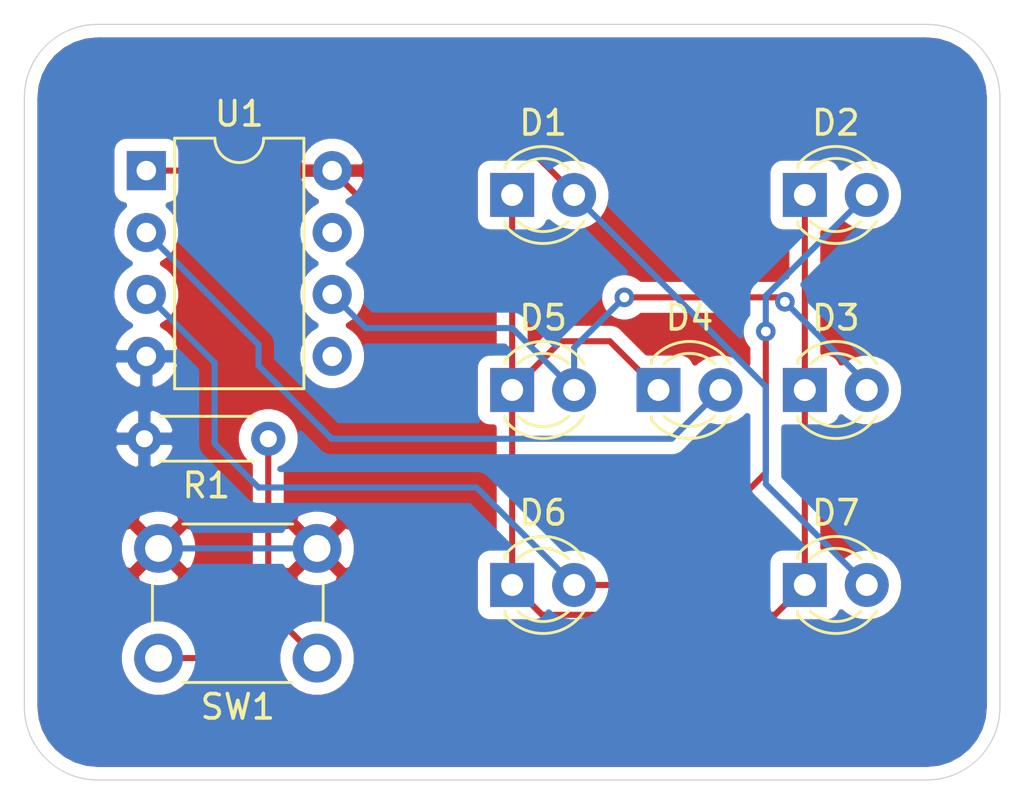
<source format=kicad_pcb>
(kicad_pcb (version 20211014) (generator pcbnew)
  (layers (0 "F.Cu" signal) (31 "B.Cu" signal) (34 "B.Paste" user) (35 "F.Paste" user) (36 "B.SilkS" user "B.Silkscreen") (37 "F.SilkS" user "F.Silkscreen") (38 "B.Mask" user) (39 "F.Mask" user) (44 "Edge.Cuts" user))
  (net 0 "")
  (net 1 "Net-(D1-Pad1)")
  (net 2 "Net-(D1-Pad2)")
  (net 3 "Net-(D2-Pad2)")
  (net 4 "Net-(D3-Pad2)")
  (net 5 "Net-(D4-Pad2)")
  (net 6 "Net-(R1-Pad1)")
  (net 7 "GND")
  (net 8 "+3V3")
  (footprint "LED_THT:LED_D3.0mm" (layer "F.Cu") (at 155 69)
    (fp_text reference "D1" (at 1.27 -2.96) (layer "F.SilkS"))
    (fp_text value "LED")
    (fp_line (start -0.29 -1.236) (end -0.29 -1.08) (layer "F.SilkS") (width 0.12))
    (fp_line (start -0.29 1.08) (end -0.29 1.236) (layer "F.SilkS") (width 0.12))
    (fp_arc (start 2.942335 1.078608) (mid 1.366487 1.987659) (end -0.29 1.235516) (layer "F.SilkS") (width 0.12))
    (fp_arc (start -0.29 -1.235516) (mid 1.366487 -1.987659) (end 2.942335 -1.078608) (layer "F.SilkS") (width 0.12))
    (fp_arc (start 0.229039 -1.08) (mid 1.270117 -1.5) (end 2.31113 -1.079837) (layer "F.SilkS") (width 0.12))
    (fp_arc (start 2.31113 1.079837) (mid 1.270117 1.5) (end 0.229039 1.08) (layer "F.SilkS") (width 0.12))
    (pad "1" thru_hole rect (at 0 0) (size 1.8 1.8) (drill 0.9) (layers *.Cu *.Mask) (net 1 "Net-(D1-Pad1)"))
    (pad "2" thru_hole circle (at 2.54 0) (size 1.8 1.8) (drill 0.9) (layers *.Cu *.Mask) (net 2 "Net-(D1-Pad2)"))
  )
  (footprint "LED_THT:LED_D3.0mm" (layer "F.Cu") (at 167 69)
    (fp_text reference "D2" (at 1.27 -2.96) (layer "F.SilkS"))
    (fp_text value "LED")
    (fp_line (start -0.29 1.08) (end -0.29 1.236) (layer "F.SilkS") (width 0.12))
    (fp_line (start -0.29 -1.236) (end -0.29 -1.08) (layer "F.SilkS") (width 0.12))
    (fp_arc (start -0.29 -1.235516) (mid 1.366487 -1.987659) (end 2.942335 -1.078608) (layer "F.SilkS") (width 0.12))
    (fp_arc (start 2.942335 1.078608) (mid 1.366487 1.987659) (end -0.29 1.235516) (layer "F.SilkS") (width 0.12))
    (fp_arc (start 0.229039 -1.08) (mid 1.270117 -1.5) (end 2.31113 -1.079837) (layer "F.SilkS") (width 0.12))
    (fp_arc (start 2.31113 1.079837) (mid 1.270117 1.5) (end 0.229039 1.08) (layer "F.SilkS") (width 0.12))
    (pad "1" thru_hole rect (at 0 0) (size 1.8 1.8) (drill 0.9) (layers *.Cu *.Mask) (net 1 "Net-(D1-Pad1)"))
    (pad "2" thru_hole circle (at 2.54 0) (size 1.8 1.8) (drill 0.9) (layers *.Cu *.Mask) (net 3 "Net-(D2-Pad2)"))
  )
  (footprint "LED_THT:LED_D3.0mm" (layer "F.Cu") (at 167 77)
    (fp_text reference "D3" (at 1.27 -2.96) (layer "F.SilkS"))
    (fp_text value "LED")
    (fp_line (start -0.29 -1.236) (end -0.29 -1.08) (layer "F.SilkS") (width 0.12))
    (fp_line (start -0.29 1.08) (end -0.29 1.236) (layer "F.SilkS") (width 0.12))
    (fp_arc (start -0.29 -1.235516) (mid 1.366487 -1.987659) (end 2.942335 -1.078608) (layer "F.SilkS") (width 0.12))
    (fp_arc (start 2.31113 1.079837) (mid 1.270117 1.5) (end 0.229039 1.08) (layer "F.SilkS") (width 0.12))
    (fp_arc (start 0.229039 -1.08) (mid 1.270117 -1.5) (end 2.31113 -1.079837) (layer "F.SilkS") (width 0.12))
    (fp_arc (start 2.942335 1.078608) (mid 1.366487 1.987659) (end -0.29 1.235516) (layer "F.SilkS") (width 0.12))
    (pad "1" thru_hole rect (at 0 0) (size 1.8 1.8) (drill 0.9) (layers *.Cu *.Mask) (net 1 "Net-(D1-Pad1)"))
    (pad "2" thru_hole circle (at 2.54 0) (size 1.8 1.8) (drill 0.9) (layers *.Cu *.Mask) (net 4 "Net-(D3-Pad2)"))
  )
  (footprint "LED_THT:LED_D3.0mm" (layer "F.Cu") (at 161 77)
    (fp_text reference "D4" (at 1.27 -2.96) (layer "F.SilkS"))
    (fp_text value "LED")
    (fp_line (start -0.29 1.08) (end -0.29 1.236) (layer "F.SilkS") (width 0.12))
    (fp_line (start -0.29 -1.236) (end -0.29 -1.08) (layer "F.SilkS") (width 0.12))
    (fp_arc (start 2.31113 1.079837) (mid 1.270117 1.5) (end 0.229039 1.08) (layer "F.SilkS") (width 0.12))
    (fp_arc (start 2.942335 1.078608) (mid 1.366487 1.987659) (end -0.29 1.235516) (layer "F.SilkS") (width 0.12))
    (fp_arc (start -0.29 -1.235516) (mid 1.366487 -1.987659) (end 2.942335 -1.078608) (layer "F.SilkS") (width 0.12))
    (fp_arc (start 0.229039 -1.08) (mid 1.270117 -1.5) (end 2.31113 -1.079837) (layer "F.SilkS") (width 0.12))
    (pad "1" thru_hole rect (at 0 0) (size 1.8 1.8) (drill 0.9) (layers *.Cu *.Mask) (net 1 "Net-(D1-Pad1)"))
    (pad "2" thru_hole circle (at 2.54 0) (size 1.8 1.8) (drill 0.9) (layers *.Cu *.Mask) (net 5 "Net-(D4-Pad2)"))
  )
  (footprint "LED_THT:LED_D3.0mm" (layer "F.Cu") (at 155 77)
    (fp_text reference "D5" (at 1.27 -2.96) (layer "F.SilkS"))
    (fp_text value "LED")
    (fp_line (start -0.29 -1.236) (end -0.29 -1.08) (layer "F.SilkS") (width 0.12))
    (fp_line (start -0.29 1.08) (end -0.29 1.236) (layer "F.SilkS") (width 0.12))
    (fp_arc (start 2.942335 1.078608) (mid 1.366487 1.987659) (end -0.29 1.235516) (layer "F.SilkS") (width 0.12))
    (fp_arc (start 2.31113 1.079837) (mid 1.270117 1.5) (end 0.229039 1.08) (layer "F.SilkS") (width 0.12))
    (fp_arc (start 0.229039 -1.08) (mid 1.270117 -1.5) (end 2.31113 -1.079837) (layer "F.SilkS") (width 0.12))
    (fp_arc (start -0.29 -1.235516) (mid 1.366487 -1.987659) (end 2.942335 -1.078608) (layer "F.SilkS") (width 0.12))
    (pad "1" thru_hole rect (at 0 0) (size 1.8 1.8) (drill 0.9) (layers *.Cu *.Mask) (net 1 "Net-(D1-Pad1)"))
    (pad "2" thru_hole circle (at 2.54 0) (size 1.8 1.8) (drill 0.9) (layers *.Cu *.Mask) (net 4 "Net-(D3-Pad2)"))
  )
  (footprint "LED_THT:LED_D3.0mm" (layer "F.Cu") (at 155 85)
    (fp_text reference "D6" (at 1.27 -2.96) (layer "F.SilkS"))
    (fp_text value "LED")
    (fp_line (start -0.29 -1.236) (end -0.29 -1.08) (layer "F.SilkS") (width 0.12))
    (fp_line (start -0.29 1.08) (end -0.29 1.236) (layer "F.SilkS") (width 0.12))
    (fp_arc (start 0.229039 -1.08) (mid 1.270117 -1.5) (end 2.31113 -1.079837) (layer "F.SilkS") (width 0.12))
    (fp_arc (start -0.29 -1.235516) (mid 1.366487 -1.987659) (end 2.942335 -1.078608) (layer "F.SilkS") (width 0.12))
    (fp_arc (start 2.942335 1.078608) (mid 1.366487 1.987659) (end -0.29 1.235516) (layer "F.SilkS") (width 0.12))
    (fp_arc (start 2.31113 1.079837) (mid 1.270117 1.5) (end 0.229039 1.08) (layer "F.SilkS") (width 0.12))
    (pad "1" thru_hole rect (at 0 0) (size 1.8 1.8) (drill 0.9) (layers *.Cu *.Mask) (net 1 "Net-(D1-Pad1)"))
    (pad "2" thru_hole circle (at 2.54 0) (size 1.8 1.8) (drill 0.9) (layers *.Cu *.Mask) (net 3 "Net-(D2-Pad2)"))
  )
  (footprint "LED_THT:LED_D3.0mm" (layer "F.Cu") (at 167 85)
    (fp_text reference "D7" (at 1.27 -2.96) (layer "F.SilkS"))
    (fp_text value "LED")
    (fp_line (start -0.29 1.08) (end -0.29 1.236) (layer "F.SilkS") (width 0.12))
    (fp_line (start -0.29 -1.236) (end -0.29 -1.08) (layer "F.SilkS") (width 0.12))
    (fp_arc (start -0.29 -1.235516) (mid 1.366487 -1.987659) (end 2.942335 -1.078608) (layer "F.SilkS") (width 0.12))
    (fp_arc (start 2.942335 1.078608) (mid 1.366487 1.987659) (end -0.29 1.235516) (layer "F.SilkS") (width 0.12))
    (fp_arc (start 0.229039 -1.08) (mid 1.270117 -1.5) (end 2.31113 -1.079837) (layer "F.SilkS") (width 0.12))
    (fp_arc (start 2.31113 1.079837) (mid 1.270117 1.5) (end 0.229039 1.08) (layer "F.SilkS") (width 0.12))
    (pad "1" thru_hole rect (at 0 0) (size 1.8 1.8) (drill 0.9) (layers *.Cu *.Mask) (net 1 "Net-(D1-Pad1)"))
    (pad "2" thru_hole circle (at 2.54 0) (size 1.8 1.8) (drill 0.9) (layers *.Cu *.Mask) (net 2 "Net-(D1-Pad2)"))
  )
  (footprint "Resistor_THT:R_Axial_DIN0204_L3.6mm_D1.6mm_P5.08mm_Horizontal" (layer "F.Cu") (at 145 79 180)
    (fp_text reference "R1" (at 2.54 -1.92) (layer "F.SilkS"))
    (fp_text value "10k")
    (fp_line (start 0.62 -0.92) (end 4.46 -0.92) (layer "F.SilkS") (width 0.12))
    (fp_line (start 0.62 0.92) (end 4.46 0.92) (layer "F.SilkS") (width 0.12))
    (pad "1" thru_hole circle (at 0 0 180) (size 1.4 1.4) (drill 0.7) (layers *.Cu *.Mask) (net 6 "Net-(R1-Pad1)"))
    (pad "2" thru_hole oval (at 5.08 0 180) (size 1.4 1.4) (drill 0.7) (layers *.Cu *.Mask) (net 7 "GND"))
  )
  (footprint "Button_Switch_THT:SW_PUSH_6mm_H5mm" (layer "F.Cu") (at 147 88 180)
    (fp_text reference "SW1" (at 3.25 -2) (layer "F.SilkS"))
    (fp_text value "SWITCH")
    (fp_line (start 1 5.5) (end 5.5 5.5) (layer "F.SilkS") (width 0.12))
    (fp_line (start -0.25 1.5) (end -0.25 3) (layer "F.SilkS") (width 0.12))
    (fp_line (start 6.75 3) (end 6.75 1.5) (layer "F.SilkS") (width 0.12))
    (fp_line (start 5.5 -1) (end 1 -1) (layer "F.SilkS") (width 0.12))
    (pad "1" thru_hole circle (at 6.5 0 270) (size 2 2) (drill 1.1) (layers *.Cu *.Mask) (net 6 "Net-(R1-Pad1)"))
    (pad "1" thru_hole circle (at 0 0 270) (size 2 2) (drill 1.1) (layers *.Cu *.Mask) (net 6 "Net-(R1-Pad1)"))
    (pad "2" thru_hole circle (at 0 4.5 270) (size 2 2) (drill 1.1) (layers *.Cu *.Mask) (net 8 "+3V3"))
    (pad "2" thru_hole circle (at 6.5 4.5 270) (size 2 2) (drill 1.1) (layers *.Cu *.Mask) (net 8 "+3V3"))
  )
  (footprint "Package_DIP:DIP-8_W7.62mm" (layer "F.Cu") (at 140 68)
    (fp_text reference "U1" (at 3.81 -2.33) (layer "F.SilkS"))
    (fp_text value "ATtiny85-20PU")
    (fp_line (start 1.16 -1.33) (end 1.16 8.95) (layer "F.SilkS") (width 0.12))
    (fp_line (start 6.46 8.95) (end 6.46 -1.33) (layer "F.SilkS") (width 0.12))
    (fp_line (start 6.46 -1.33) (end 4.81 -1.33) (layer "F.SilkS") (width 0.12))
    (fp_line (start 1.16 8.95) (end 6.46 8.95) (layer "F.SilkS") (width 0.12))
    (fp_line (start 2.81 -1.33) (end 1.16 -1.33) (layer "F.SilkS") (width 0.12))
    (fp_arc (start 4.81 -1.33) (mid 3.81 -0.33) (end 2.81 -1.33) (layer "F.SilkS") (width 0.12))
    (pad "1" thru_hole rect (at 0 0) (size 1.6 1.6) (drill 0.8) (layers *.Cu *.Mask) (net 2 "Net-(D1-Pad2)"))
    (pad "2" thru_hole oval (at 0 2.54) (size 1.6 1.6) (drill 0.8) (layers *.Cu *.Mask) (net 5 "Net-(D4-Pad2)"))
    (pad "3" thru_hole oval (at 0 5.08) (size 1.6 1.6) (drill 0.8) (layers *.Cu *.Mask) (net 3 "Net-(D2-Pad2)"))
    (pad "4" thru_hole oval (at 0 7.62) (size 1.6 1.6) (drill 0.8) (layers *.Cu *.Mask) (net 7 "GND"))
    (pad "5" thru_hole oval (at 7.62 7.62) (size 1.6 1.6) (drill 0.8) (layers *.Cu *.Mask))
    (pad "6" thru_hole oval (at 7.62 5.08) (size 1.6 1.6) (drill 0.8) (layers *.Cu *.Mask) (net 4 "Net-(D3-Pad2)"))
    (pad "7" thru_hole oval (at 7.62 2.54) (size 1.6 1.6) (drill 0.8) (layers *.Cu *.Mask))
    (pad "8" thru_hole oval (at 7.62 0) (size 1.6 1.6) (drill 0.8) (layers *.Cu *.Mask) (net 8 "+3V3"))
  )
  (gr_line (start 138 93) (end 172 93) (layer "Edge.Cuts") (width 0.05))
  (gr_line (start 175 65) (end 175 90) (layer "Edge.Cuts") (width 0.05))
  (gr_line (start 138 62) (end 172 62) (layer "Edge.Cuts") (width 0.05))
  (gr_line (start 135 65) (end 135 90) (layer "Edge.Cuts") (width 0.05))
  (gr_arc (start 135 65) (mid 135.87868 62.87868) (end 138 62) (layer "Edge.Cuts") (width 0.05))
  (gr_arc (start 138 93) (mid 135.87868 92.12132) (end 135 90) (layer "Edge.Cuts") (width 0.05))
  (gr_arc (start 172 62) (mid 174.12132 62.87868) (end 175 65) (layer "Edge.Cuts") (width 0.05))
  (gr_arc (start 175 90) (mid 174.12132 92.12132) (end 172 93) (layer "Edge.Cuts") (width 0.05))
  (segment (start 159 75) (end 157 75) (width 0.25) (layer "F.Cu") (net 1))
  (segment (start 156.225001 86.225001) (end 165.774999 86.225001) (width 0.25) (layer "F.Cu") (net 1))
  (segment (start 155 77) (end 155 69) (width 0.25) (layer "F.Cu") (net 1))
  (segment (start 157 75) (end 155 77) (width 0.25) (layer "F.Cu") (net 1))
  (segment (start 155 85) (end 155 77) (width 0.25) (layer "F.Cu") (net 1))
  (segment (start 165.774999 86.225001) (end 167 85) (width 0.25) (layer "F.Cu") (net 1))
  (segment (start 155 85) (end 156.225001 86.225001) (width 0.25) (layer "F.Cu") (net 1))
  (segment (start 161 77) (end 159 75) (width 0.25) (layer "F.Cu") (net 1))
  (segment (start 167 85) (end 167 77) (width 0.25) (layer "F.Cu") (net 1))
  (segment (start 167 69) (end 167 77) (width 0.25) (layer "F.Cu") (net 1))
  (segment (start 141.6 68) (end 143.4 66.2) (width 0.25) (layer "F.Cu") (net 2))
  (segment (start 140 68) (end 141.6 68) (width 0.25) (layer "F.Cu") (net 2))
  (segment (start 157.54 68.94) (end 157.54 69) (width 0.25) (layer "F.Cu") (net 2))
  (segment (start 154.8 66.2) (end 157.54 68.94) (width 0.25) (layer "F.Cu") (net 2))
  (segment (start 143.4 66.2) (end 154.8 66.2) (width 0.25) (layer "F.Cu") (net 2))
  (segment (start 157.54 69) (end 165.4 76.86) (width 0.25) (layer "B.Cu") (net 2))
  (segment (start 165.4 80.86) (end 169.54 85) (width 0.25) (layer "B.Cu") (net 2))
  (segment (start 165.4 76.86) (end 165.4 80.86) (width 0.25) (layer "B.Cu") (net 2))
  (segment (start 165.4 80.4) (end 165.4 74.6) (width 0.25) (layer "F.Cu") (net 3))
  (segment (start 160.8 85) (end 165.4 80.4) (width 0.25) (layer "F.Cu") (net 3))
  (segment (start 157.54 85) (end 160.8 85) (width 0.25) (layer "F.Cu") (net 3))
  (via (at 165.4 74.6) (size 0.8) (drill 0.4) (layers "F.Cu" "B.Cu") (net 3))
  (segment (start 142.8 75.88) (end 142.8 79.2) (width 0.25) (layer "B.Cu") (net 3))
  (segment (start 144.6 81) (end 153.54 81) (width 0.25) (layer "B.Cu") (net 3))
  (segment (start 165.4 73.14) (end 169.54 69) (width 0.25) (layer "B.Cu") (net 3))
  (segment (start 153.54 81) (end 157.54 85) (width 0.25) (layer "B.Cu") (net 3))
  (segment (start 165.4 74.6) (end 165.4 73.14) (width 0.25) (layer "B.Cu") (net 3))
  (segment (start 140 73.08) (end 142.8 75.88) (width 0.25) (layer "B.Cu") (net 3))
  (segment (start 142.8 79.2) (end 144.6 81) (width 0.25) (layer "B.Cu") (net 3))
  (segment (start 166 73.2) (end 166.182653 73.382653) (width 0.25) (layer "F.Cu") (net 4))
  (segment (start 159.6 73.2) (end 166 73.2) (width 0.25) (layer "F.Cu") (net 4))
  (via (at 166.182653 73.382653) (size 0.8) (drill 0.4) (layers "F.Cu" "B.Cu") (net 4))
  (via (at 159.6 73.2) (size 0.8) (drill 0.4) (layers "F.Cu" "B.Cu") (net 4))
  (segment (start 166.182653 73.382653) (end 169.54 76.74) (width 0.25) (layer "B.Cu") (net 4))
  (segment (start 149 74.46) (end 147.62 73.08) (width 0.25) (layer "B.Cu") (net 4))
  (segment (start 157.54 77) (end 155 74.46) (width 0.25) (layer "B.Cu") (net 4))
  (segment (start 155 74.46) (end 149 74.46) (width 0.25) (layer "B.Cu") (net 4))
  (segment (start 157.54 77) (end 157.54 75.26) (width 0.25) (layer "B.Cu") (net 4))
  (segment (start 169.54 76.74) (end 169.54 77) (width 0.25) (layer "B.Cu") (net 4))
  (segment (start 157.54 75.26) (end 159.6 73.2) (width 0.25) (layer "B.Cu") (net 4))
  (segment (start 147.6 79) (end 144.6 76) (width 0.25) (layer "B.Cu") (net 5))
  (segment (start 163.54 77) (end 161.54 79) (width 0.25) (layer "B.Cu") (net 5))
  (segment (start 144.6 76) (end 144.6 75.14) (width 0.25) (layer "B.Cu") (net 5))
  (segment (start 144.6 75.14) (end 140 70.54) (width 0.25) (layer "B.Cu") (net 5))
  (segment (start 161.54 79) (end 147.6 79) (width 0.25) (layer "B.Cu") (net 5))
  (segment (start 140.5 88) (end 143 88) (width 0.25) (layer "F.Cu") (net 6))
  (segment (start 145 86) (end 147 88) (width 0.25) (layer "F.Cu") (net 6))
  (segment (start 143 88) (end 145 86) (width 0.25) (layer "F.Cu") (net 6))
  (segment (start 145 79) (end 145 86) (width 0.25) (layer "F.Cu") (net 6))
  (segment (start 150 70.38) (end 150 80.5) (width 0.25) (layer "F.Cu") (net 8))
  (segment (start 150 80.5) (end 147 83.5) (width 0.25) (layer "F.Cu") (net 8))
  (segment (start 147.62 68) (end 150 70.38) (width 0.25) (layer "F.Cu") (net 8))
  (segment (start 147 83.5) (end 140.5 83.5) (width 0.25) (layer "B.Cu") (net 8))
  (zone (net 8) (net_name "+3V3") (layer "F.Cu") (connect_pads (clearance 0.508)) (min_thickness 0.254) (fill yes (thermal_gap 0.508) (thermal_bridge_width 0.508))
    (polygon (pts (xy 176 94) (xy 134 94) (xy 134 61) (xy 176 61)))
  )
  (zone (net 7) (net_name "GND") (layer "B.Cu") (connect_pads (clearance 0.508)) (min_thickness 0.254) (fill yes (thermal_gap 0.508) (thermal_bridge_width 0.508))
    (polygon (pts (xy 176 94) (xy 134 94) (xy 134 61) (xy 176 61)))
  )
)
</source>
